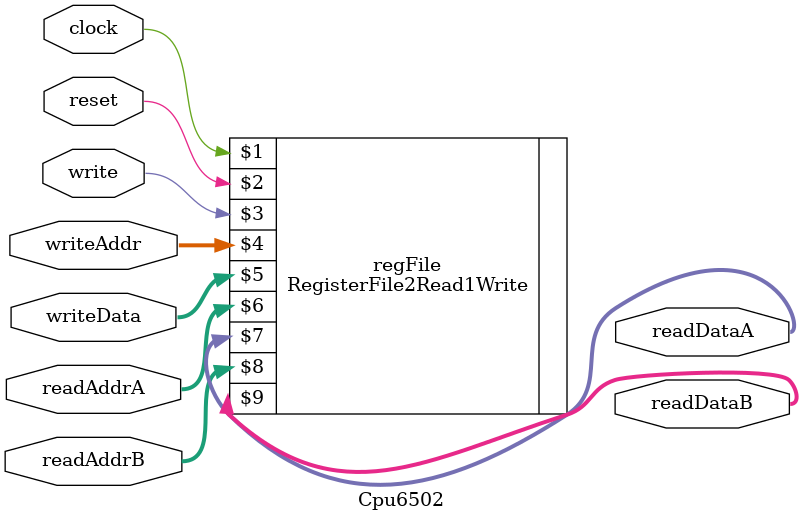
<source format=v>

module Cpu6502
(
    input                       clock,
    //input                       clockEnable,
    input                       reset,
    
    //output [15:0]               address;
    //output [7:0]                dataIn;
    
    input                       write,
    input   [2:0]               writeAddr,
    input   [7:0]               writeData,

    input   [2:0]               readAddrA,
    output  [7:0]               readDataA,
    
    input   [2:0]               readAddrB,
    output  [7:0]               readDataB
);

//reg [15:0] programCounter = 16'hE000;
//reg [7:0] opcode = 0;
//wire fetchOpcode;

RegisterFile2Read1Write #(.REG_WIDTH(8), .ADDR_WIDTH(3)) 
    regFile(clock, reset, write, writeAddr, writeData, readAddrA, readDataA, readAddrB, readDataB);

//assign fetchOpcode = 1;

// always @ (posedge clock)
// begin
    // if (reset)
    // begin
        // programCounter <= 16'hE000;
    // end
    // else if (clockEnable)
    // begin
        
    // end
// end


endmodule

</source>
